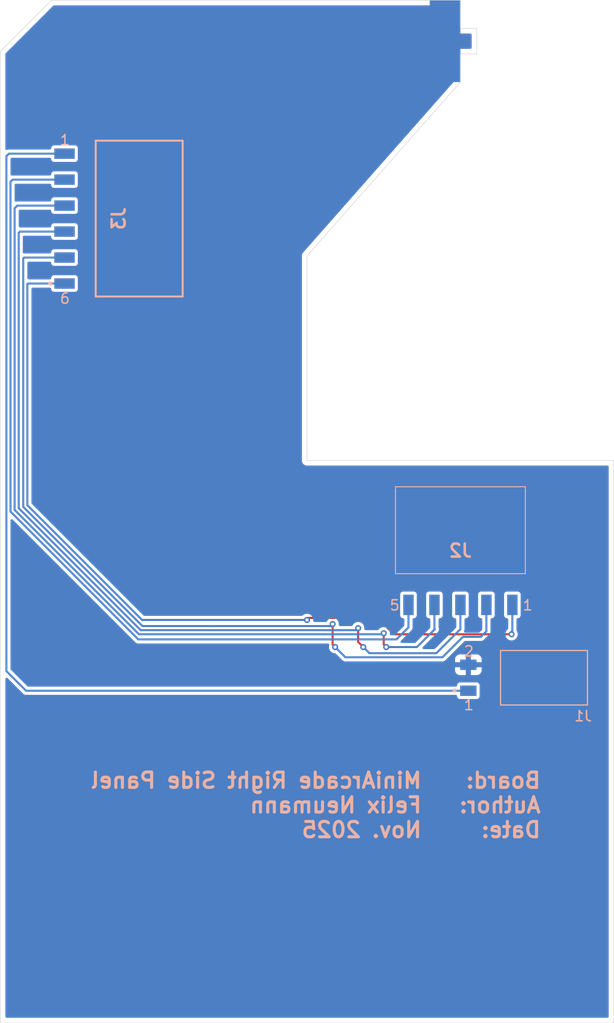
<source format=kicad_pcb>
(kicad_pcb (version 20241229) (generator "pcbnew") (generator_version "9.0")
  (layers (0 "F.Cu" signal) (2 "B.Cu" signal) (13 "F.Paste" user) (15 "B.Paste" user) (5 "F.SilkS" user "F.Silkscreen") (7 "B.SilkS" user "B.Silkscreen") (1 "F.Mask" user) (3 "B.Mask" user) (25 "Edge.Cuts" user))
  (net 0 "")
  (net 1 "GND")
  (net 2 "JS_UP")
  (net 3 "JS_RIGHT")
  (net 4 "JS_LEFT")
  (net 5 "JS_DOWN")
  (net 6 "JS_SWITCH")
  (net 7 "3V3")
  (footprint "" (layer "F.Cu") (at 123.6 79 90)
    (property "Reference" "" (at 0 0 90) (layer "F.SilkS") (effects (font (size 1.27 1.27))))
    (property "Value" "")
    (pad "" smd rect (at 0 -0.1 180) (size 3 8) (layers "B.Cu" "B.Mask" "B.Paste"))
  )
  (footprint "MiniArcadeLeftSidepanel:M207910542R" (layer "B.Cu") (at 125 128.825 180)
    (property "Reference" "J2" (at 0 0 0) (layer "B.SilkS") (effects (font (size 1.27 1.27) (thickness 0.254)) (justify mirror)))
    (property "Value" "M20-7910542R" (hide yes))
    (fp_line (start 6.35 6.25) (end 6.35 -2.25) (stroke (width 0.1)) (layer "B.SilkS"))
    (fp_line (start 6.35 -2.25) (end -6.35 -2.25) (stroke (width 0.1)) (layer "B.SilkS"))
    (fp_line (start -6.35 6.25) (end 6.35 6.25) (stroke (width 0.1)) (layer "B.SilkS"))
    (fp_line (start -6.35 -2.25) (end -6.35 6.25) (stroke (width 0.1)) (layer "B.SilkS"))
    (pad "1" smd rect (at -5.08 -5.3 180) (size 1.02 2) (layers "B.Cu" "B.Mask" "B.Paste") (net 3 "JS_RIGHT"))
    (pad "2" smd rect (at -2.54 -5.3 180) (size 1.02 2) (layers "B.Cu" "B.Mask" "B.Paste") (net 6 "JS_SWITCH"))
    (pad "3" smd rect (at -0.000002 -5.3 180) (size 1.019995 2) (layers "B.Cu" "B.Mask" "B.Paste") (net 5 "JS_DOWN"))
    (pad "4" smd rect (at 2.54 -5.3 180) (size 1.02 2) (layers "B.Cu" "B.Mask" "B.Paste") (net 4 "JS_LEFT"))
    (pad "5" smd rect (at 5.08 -5.3 180) (size 1.02 2) (layers "B.Cu" "B.Mask" "B.Paste") (net 2 "JS_UP"))
  )
  (footprint "MiniArcadeLeftSidepanel:HARWIN_M20-7910242R" (layer "B.Cu") (at 133.175 141.25 -90)
    (property "Reference" "J1" (at 3.75 -3.825 0) (layer "B.SilkS") (effects (justify mirror)))
    (property "Value" "M20-7910242R" (hide yes))
    (fp_line (start -2.665 4.25) (end 2.665 4.25) (stroke (width 0.127)) (layer "B.SilkS"))
    (fp_line (start 2.665 4.25) (end 2.665 -4.25) (stroke (width 0.127)) (layer "B.SilkS"))
    (fp_line (start -2.665 -4.25) (end -2.665 4.25) (stroke (width 0.127)) (layer "B.SilkS"))
    (fp_line (start 2.665 -4.25) (end -2.665 -4.25) (stroke (width 0.127)) (layer "B.SilkS"))
    (fp_circle (center 1.25 8.75) (end 1.35 8.75) (stroke (width 0.2)) (fill no) (layer "B.SilkS"))
    (pad "1" smd rect (at 1.269996 7.4 270) (size 1.019992 1.6) (layers "B.Cu" "B.Mask" "B.Paste") (net 7 "3V3"))
    (pad "2" smd rect (at -1.27 7.4 270) (size 1.02 1.6) (layers "B.Cu" "B.Mask" "B.Paste") (net 1 "GND"))
  )
  (footprint "MiniArcadeLeftSidepanel:M207910642R" (layer "B.Cu") (at 91.585 96.35 90)
    (property "Reference" "J3" (at 0 0 270) (layer "B.SilkS") (effects (font (size 1.27 1.27) (thickness 0.254)) (justify mirror)))
    (property "Value" "M20-7910642R" (hide yes))
    (fp_line (start -6.25 -6.7) (end -6.25 -6.7) (stroke (width 0.2)) (layer "B.SilkS"))
    (fp_line (start -6.45 -6.7) (end -6.45 -6.7) (stroke (width 0.2)) (layer "B.SilkS"))
    (fp_line (start 7.62 -2.25) (end -7.62 -2.25) (stroke (width 0.2)) (layer "B.SilkS"))
    (fp_line (start -7.62 -2.25) (end -7.62 6.25) (stroke (width 0.2)) (layer "B.SilkS"))
    (fp_line (start 7.62 6.25) (end 7.62 -2.25) (stroke (width 0.2)) (layer "B.SilkS"))
    (fp_line (start -7.62 6.25) (end 7.62 6.25) (stroke (width 0.2)) (layer "B.SilkS"))
    (fp_arc (start -6.25 -6.7) (mid -6.35 -6.6) (end -6.45 -6.7) (stroke (width 0.2)) (layer "B.SilkS"))
    (fp_arc (start -6.45 -6.7) (mid -6.35 -6.8) (end -6.25 -6.7) (stroke (width 0.2)) (layer "B.SilkS"))
    (pad "1" smd rect (at -6.35 -5.3 90) (size 1.02 2) (layers "B.Cu" "B.Mask" "B.Paste") (net 3 "JS_RIGHT"))
    (pad "2" smd rect (at -3.81 -5.3 90) (size 1.02 2) (layers "B.Cu" "B.Mask" "B.Paste") (net 6 "JS_SWITCH"))
    (pad "3" smd rect (at -1.27 -5.3 90) (size 1.02 2) (layers "B.Cu" "B.Mask" "B.Paste") (net 5 "JS_DOWN"))
    (pad "4" smd rect (at 1.27 -5.3 90) (size 1.02 2) (layers "B.Cu" "B.Mask" "B.Paste") (net 4 "JS_LEFT"))
    (pad "5" smd rect (at 3.809997 -5.3 90) (size 1.019994 2) (layers "B.Cu" "B.Mask" "B.Paste") (net 2 "JS_UP"))
    (pad "6" smd rect (at 6.349997 -5.3 90) (size 1.019994 2) (layers "B.Cu" "B.Mask" "B.Paste") (net 7 "3V3"))
  )
  (gr_line (start 125 80.25) (end 126.6 80.25) (stroke (width 0.05)) (layer "Edge.Cuts"))
  (gr_line (start 110 120) (end 110 100) (stroke (width 0.05)) (layer "Edge.Cuts"))
  (gr_line (start 140 175) (end 80 175) (stroke (width 0.05)) (layer "Edge.Cuts"))
  (gr_line (start 125 75) (end 85 75) (stroke (width 0.05)) (layer "Edge.Cuts"))
  (gr_line (start 110 100) (end 125 83) (stroke (width 0.05)) (layer "Edge.Cuts"))
  (gr_line (start 140 120) (end 110 120) (stroke (width 0.05)) (layer "Edge.Cuts"))
  (gr_line (start 125 83) (end 125 80.25) (stroke (width 0.05)) (layer "Edge.Cuts"))
  (gr_line (start 80 175) (end 80 80) (stroke (width 0.05)) (layer "Edge.Cuts"))
  (gr_line (start 140 120) (end 140 175) (stroke (width 0.05)) (layer "Edge.Cuts"))
  (gr_line (start 126.6 80.25) (end 126.6 77.75) (stroke (width 0.05)) (layer "Edge.Cuts"))
  (gr_line (start 80 80) (end 85 75) (stroke (width 0.05)) (layer "Edge.Cuts"))
  (gr_line (start 125 77.75) (end 126.6 77.75) (stroke (width 0.05)) (layer "Edge.Cuts"))
  (gr_line (start 125 77.75) (end 125 75) (stroke (width 0.05)) (layer "Edge.Cuts"))
  (gr_text "5\n" (at 118 134.75 0) (layer "B.SilkS") (effects (font (size 1 1)) (justify left bottom)))
  (gr_text "6\n" (at 85.75 104.75 0) (layer "B.SilkS") (effects (font (size 1 1)) (justify left bottom)))
  (gr_text "1\n" (at 85.75 89.25 0) (layer "B.SilkS") (effects (font (size 1 1)) (justify left bottom)))
  (gr_text "1\n" (at 125.25 144.5 0) (layer "B.SilkS") (effects (font (size 1 1)) (justify left bottom)))
  (gr_text "Board:	MiniArcade Right Side Panel\nAuthor:	Felix Neumann\nDate:	Nov. 2025\n" (at 133 157 0) (layer "B.SilkS") (effects (font (size 1.5 1.5) (thickness 0.3) (bold yes)) (justify left bottom mirror)))
  (gr_text "2\n" (at 125.25 139.25 0) (layer "B.SilkS") (effects (font (size 1 1)) (justify left bottom)))
  (gr_text "1\n" (at 131 134.75 0) (layer "B.SilkS") (effects (font (size 1 1)) (justify left bottom)))
  (segment (start 81.002 125) (end 93.502 137.5) (width 0.2) (layer "B.Cu") (net 2))
  (segment (start 81.002 92.75) (end 81.002 125) (width 0.2) (layer "B.Cu") (net 2))
  (segment (start 118.75 137.5) (end 119.92 136.33) (width 0.2) (layer "B.Cu") (net 2))
  (segment (start 86.285 92.540003) (end 81.211997 92.540003) (width 0.2) (layer "B.Cu") (net 2))
  (segment (start 93.502 137.5) (end 118.75 137.5) (width 0.2) (layer "B.Cu") (net 2))
  (segment (start 119.92 136.33) (end 119.92 134.125) (width 0.2) (layer "B.Cu") (net 2))
  (segment (start 81.211997 92.540003) (end 81.002 92.75) (width 0.2) (layer "B.Cu") (net 2))
  (segment (start 116.898 135.398) (end 118.5 137) (width 0.2) (layer "F.Cu") (net 3))
  (segment (start 118.5 137) (end 130 137) (width 0.2) (layer "F.Cu") (net 3))
  (segment (start 110.2 135.398) (end 116.898 135.398) (width 0.2) (layer "F.Cu") (net 3))
  (segment (start 110 135.598) (end 110.2 135.398) (width 0.2) (layer "F.Cu") (net 3))
  (via (at 110 135.598) (size 0.6) (drill 0.3) (layers "F.Cu" "B.Cu") (net 3))
  (via (at 130 137) (size 0.6) (drill 0.3) (layers "F.Cu" "B.Cu") (net 3))
  (segment (start 82.701 102.7) (end 82.651 102.75) (width 0.2) (layer "B.Cu") (net 3))
  (segment (start 130.08 136.67) (end 130.08 134.125) (width 0.2) (layer "B.Cu") (net 3))
  (segment (start 82.651 124.3806) (end 93.8852 135.6148) (width 0.2) (layer "B.Cu") (net 3))
  (segment (start 82.651 102.75) (end 82.651 122) (width 0.2) (layer "B.Cu") (net 3))
  (segment (start 86.285 102.7) (end 82.701 102.7) (width 0.2) (layer "B.Cu") (net 3))
  (segment (start 130 136.75) (end 130.08 136.67) (width 0.2) (layer "B.Cu") (net 3))
  (segment (start 130 137) (end 130 136.75) (width 0.2) (layer "B.Cu") (net 3))
  (segment (start 93.8852 135.6148) (end 93.902 135.598) (width 0.2) (layer "B.Cu") (net 3))
  (segment (start 82.651 122) (end 82.651 124.3806) (width 0.2) (layer "B.Cu") (net 3))
  (segment (start 93.902 135.598) (end 110 135.598) (width 0.2) (layer "B.Cu") (net 3))
  (segment (start 117.5 138) (end 117.75 138.25) (width 0.2) (layer "F.Cu") (net 4))
  (segment (start 117.5 136.9) (end 117.5 138) (width 0.2) (layer "F.Cu") (net 4))
  (via (at 117.5 136.9) (size 0.6) (drill 0.3) (layers "F.Cu" "B.Cu") (net 4))
  (via (at 117.75 138.25) (size 0.6) (drill 0.3) (layers "F.Cu" "B.Cu") (net 4))
  (segment (start 81.67 95.08) (end 81.403 95.347) (width 0.2) (layer "B.Cu") (net 4))
  (segment (start 93.5691 137) (end 117.4 137) (width 0.2) (layer "B.Cu") (net 4))
  (segment (start 81.403 124.8339) (end 93.5691 137) (width 0.2) (layer "B.Cu") (net 4))
  (segment (start 81.403 95.347) (end 81.403 124.8339) (width 0.2) (layer "B.Cu") (net 4))
  (segment (start 117.75 138.25) (end 120.75 138.25) (width 0.2) (layer "B.Cu") (net 4))
  (segment (start 86.285 95.08) (end 81.67 95.08) (width 0.2) (layer "B.Cu") (net 4))
  (segment (start 120.75 138.25) (end 122.5 136.5) (width 0.2) (layer "B.Cu") (net 4))
  (segment (start 117.4 137) (end 117.5 136.9) (width 0.2) (layer "B.Cu") (net 4))
  (segment (start 122.5 136.5) (end 122.46 136.46) (width 0.2) (layer "B.Cu") (net 4))
  (segment (start 122.46 136.46) (end 122.46 134.125) (width 0.2) (layer "B.Cu") (net 4))
  (segment (start 115 137.75) (end 115.5 138.25) (width 0.2) (layer "F.Cu") (net 5))
  (segment (start 115 136.4) (end 115 137.75) (width 0.2) (layer "F.Cu") (net 5))
  (via (at 115.5 138.25) (size 0.6) (drill 0.3) (layers "F.Cu" "B.Cu") (net 5))
  (via (at 115 136.4) (size 0.6) (drill 0.3) (layers "F.Cu" "B.Cu") (net 5))
  (segment (start 86.285 97.62) (end 81.934 97.62) (width 0.2) (layer "B.Cu") (net 5))
  (segment (start 95.5 136.599) (end 114.801 136.599) (width 0.2) (layer "B.Cu") (net 5))
  (segment (start 82.0681 124.9319) (end 93.7352 136.599) (width 0.2) (layer "B.Cu") (net 5))
  (segment (start 115.5 138.25) (end 116.101 138.851) (width 0.2) (layer "B.Cu") (net 5))
  (segment (start 81.804 97.75) (end 81.804 124.6678) (width 0.2) (layer "B.Cu") (net 5))
  (segment (start 81.934 97.62) (end 81.804 97.75) (width 0.2) (layer "B.Cu") (net 5))
  (segment (start 116.101 138.851) (end 122.649 138.851) (width 0.2) (layer "B.Cu") (net 5))
  (segment (start 93.7352 136.599) (end 95.5 136.599) (width 0.2) (layer "B.Cu") (net 5))
  (segment (start 81.804 124.6678) (end 82.0681 124.9319) (width 0.2) (layer "B.Cu") (net 5))
  (segment (start 125.000002 136.499998) (end 125.000002 134.125) (width 0.2) (layer "B.Cu") (net 5))
  (segment (start 114.801 136.599) (end 115 136.4) (width 0.2) (layer "B.Cu") (net 5))
  (segment (start 122.649 138.851) (end 125.000002 136.499998) (width 0.2) (layer "B.Cu") (net 5))
  (segment (start 112.5 138) (end 112.75 138.25) (width 0.2) (layer "F.Cu") (net 6))
  (segment (start 112.5 135.999) (end 112.5 138) (width 0.2) (layer "F.Cu") (net 6))
  (via (at 112.5 135.999) (size 0.6) (drill 0.3) (layers "F.Cu" "B.Cu") (net 6))
  (via (at 112.75 138.25) (size 0.6) (drill 0.3) (layers "F.Cu" "B.Cu") (net 6))
  (segment (start 86.285 100.16) (end 82.34 100.16) (width 0.2) (layer "B.Cu") (net 6))
  (segment (start 112.75 138.25) (end 113.752 139.252) (width 0.2) (layer "B.Cu") (net 6))
  (segment (start 82.34 100.16) (end 82.25 100.25) (width 0.2) (layer "B.Cu") (net 6))
  (segment (start 82.25 124.5467) (end 83.60165 125.89835) (width 0.2) (layer "B.Cu") (net 6))
  (segment (start 127 137.25) (end 127.54 136.71) (width 0.2) (layer "B.Cu") (net 6))
  (segment (start 100.75 136.198) (end 112.301 136.198) (width 0.2) (layer "B.Cu") (net 6))
  (segment (start 113.752 139.252) (end 123.248 139.252) (width 0.2) (layer "B.Cu") (net 6))
  (segment (start 123.248 139.252) (end 125.25 137.25) (width 0.2) (layer "B.Cu") (net 6))
  (segment (start 83.60165 125.89835) (end 93.9013 136.198) (width 0.2) (layer "B.Cu") (net 6))
  (segment (start 127.54 136.71) (end 127.54 134.125) (width 0.2) (layer "B.Cu") (net 6))
  (segment (start 125.25 137.25) (end 127 137.25) (width 0.2) (layer "B.Cu") (net 6))
  (segment (start 112.301 136.198) (end 112.5 135.999) (width 0.2) (layer "B.Cu") (net 6))
  (segment (start 93.9013 136.198) (end 100.75 136.198) (width 0.2) (layer "B.Cu") (net 6))
  (segment (start 82.25 100.25) (end 82.25 124.5467) (width 0.2) (layer "B.Cu") (net 6))
  (segment (start 82.519997 142.519997) (end 125.675002 142.519997) (width 0.2) (layer "B.Cu") (net 7))
  (segment (start 86.285 90.000003) (end 80.850997 90.000003) (width 0.2) (layer "B.Cu") (net 7))
  (segment (start 80.601 90.25) (end 80.601 140.601) (width 0.2) (layer "B.Cu") (net 7))
  (segment (start 80.601 140.601) (end 82.519997 142.519997) (width 0.2) (layer "B.Cu") (net 7))
  (segment (start 80.850997 90.000003) (end 80.601 90.25) (width 0.2) (layer "B.Cu") (net 7))
  (zone (net 1) (net_name "GND") (layers "F.Cu" "B.Cu") (connect_pads (clearance 0.3)) (min_thickness 0.25) (fill yes (thermal_gap 0.5) (thermal_bridge_width 0.5))
    (polygon (pts (xy 80 75) (xy 80 175) (xy 140 175) (xy 140 75)))
  )
)
</source>
